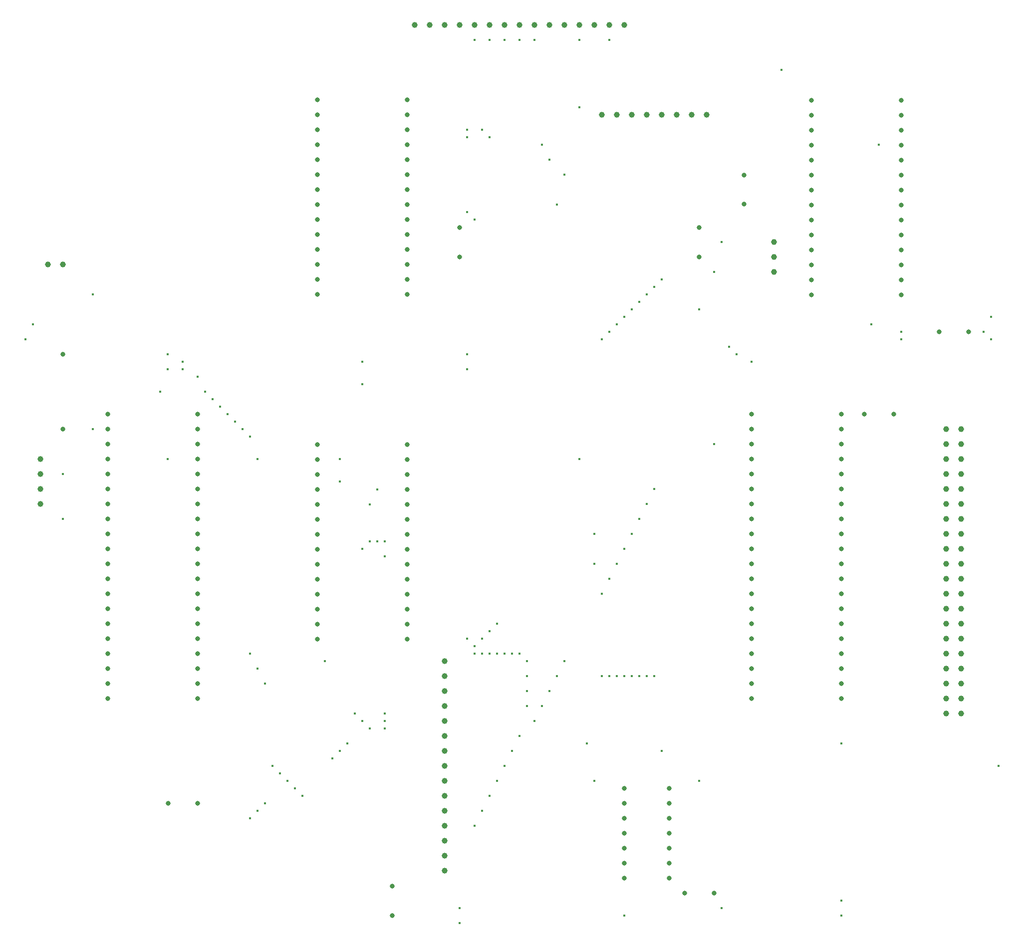
<source format=gbr>
%TF.GenerationSoftware,KiCad,Pcbnew,(6.0.9)*%
%TF.CreationDate,2022-12-08T08:54:48-05:00*%
%TF.ProjectId,6502_4,36353032-5f34-42e6-9b69-6361645f7063,rev?*%
%TF.SameCoordinates,Original*%
%TF.FileFunction,Plated,1,2,PTH,Drill*%
%TF.FilePolarity,Positive*%
%FSLAX46Y46*%
G04 Gerber Fmt 4.6, Leading zero omitted, Abs format (unit mm)*
G04 Created by KiCad (PCBNEW (6.0.9)) date 2022-12-08 08:54:48*
%MOMM*%
%LPD*%
G01*
G04 APERTURE LIST*
%TA.AperFunction,ViaDrill*%
%ADD10C,0.400000*%
%TD*%
%TA.AperFunction,ComponentDrill*%
%ADD11C,0.800000*%
%TD*%
%TA.AperFunction,ComponentDrill*%
%ADD12C,1.000000*%
%TD*%
G04 APERTURE END LIST*
D10*
X19050000Y-68580000D03*
X20320000Y-66040000D03*
X25400000Y-91440000D03*
X25400000Y-99060000D03*
X30480000Y-60960000D03*
X30480000Y-83820000D03*
X41910000Y-77470000D03*
X43180000Y-71120000D03*
X43180000Y-73660000D03*
X43180000Y-88900000D03*
X45720000Y-72390000D03*
X45720000Y-73660000D03*
X48260000Y-74930000D03*
X49530000Y-77470000D03*
X50800000Y-78740000D03*
X52070000Y-80010000D03*
X53340000Y-81280000D03*
X54610000Y-82550000D03*
X55880000Y-83820000D03*
X57150000Y-85090000D03*
X57150000Y-121920000D03*
X57150000Y-149860000D03*
X58420000Y-88900000D03*
X58420000Y-148590000D03*
X58425000Y-124455000D03*
X59695000Y-126995000D03*
X59695000Y-147315000D03*
X60960000Y-140970000D03*
X62230000Y-142240000D03*
X63500000Y-143510000D03*
X64770000Y-144780000D03*
X66040000Y-146050000D03*
X69850000Y-123190000D03*
X71120000Y-139700000D03*
X72390000Y-88900000D03*
X72390000Y-92710000D03*
X72390000Y-138430000D03*
X73660000Y-137160000D03*
X74930000Y-132080000D03*
X76200000Y-72390000D03*
X76200000Y-76200000D03*
X76200000Y-104140000D03*
X76200000Y-133350000D03*
X77460000Y-96530000D03*
X77470000Y-102870000D03*
X77470000Y-134620000D03*
X78730000Y-93990000D03*
X78740000Y-102870000D03*
X80010000Y-102870000D03*
X80010000Y-105410000D03*
X80010000Y-132080000D03*
X80010000Y-133350000D03*
X80010000Y-134620000D03*
X92710000Y-165100000D03*
X92710000Y-167640000D03*
X93980000Y-33020000D03*
X93980000Y-34290000D03*
X93980000Y-46990000D03*
X93980000Y-71120000D03*
X93980000Y-73660000D03*
X93980000Y-119380000D03*
X95250000Y-48260000D03*
X95250000Y-120650000D03*
X95250000Y-121920000D03*
X95250000Y-151130000D03*
X95252500Y-17777500D03*
X96520000Y-33020000D03*
X96520000Y-119380000D03*
X96520000Y-121920000D03*
X96520000Y-148590000D03*
X97790000Y-34290000D03*
X97790000Y-118110000D03*
X97790000Y-121920000D03*
X97790000Y-146050000D03*
X97792500Y-17777500D03*
X99060000Y-116840000D03*
X99060000Y-121920000D03*
X99060000Y-143510000D03*
X100330000Y-121920000D03*
X100330000Y-140970000D03*
X100332500Y-17777500D03*
X101600000Y-121920000D03*
X101600000Y-138430000D03*
X102870000Y-17780000D03*
X102870000Y-121920000D03*
X102870000Y-135890000D03*
X104140000Y-123190000D03*
X104140000Y-125730000D03*
X104140000Y-128270000D03*
X104140000Y-130810000D03*
X105410000Y-17780000D03*
X105410000Y-133350000D03*
X106680000Y-35560000D03*
X106680000Y-130810000D03*
X106680000Y-130810000D03*
X107950000Y-128270000D03*
X107955000Y-38100000D03*
X109220000Y-45720000D03*
X109220000Y-125730000D03*
X110490000Y-40640000D03*
X110490000Y-123190000D03*
X113030000Y-29210000D03*
X113030000Y-88900000D03*
X113032500Y-17782500D03*
X114300000Y-137160000D03*
X115570000Y-101600000D03*
X115570000Y-106680000D03*
X115570000Y-143510000D03*
X116840000Y-68580000D03*
X116840000Y-111760000D03*
X116840000Y-125730000D03*
X118110000Y-67310000D03*
X118110000Y-109220000D03*
X118110000Y-125730000D03*
X118112500Y-17782500D03*
X119380000Y-66040000D03*
X119380000Y-106680000D03*
X119380000Y-125730000D03*
X120650000Y-64770000D03*
X120650000Y-104140000D03*
X120650000Y-125730000D03*
X120650000Y-166370000D03*
X121920000Y-63500000D03*
X121920000Y-101600000D03*
X121920000Y-125730000D03*
X123190000Y-62230000D03*
X123190000Y-99060000D03*
X123190000Y-125730000D03*
X124460000Y-60960000D03*
X124460000Y-96520000D03*
X124460000Y-125730000D03*
X125730000Y-59690000D03*
X125730000Y-93980000D03*
X125730000Y-125730000D03*
X127000000Y-58420000D03*
X127000000Y-138430000D03*
X133350000Y-63500000D03*
X133350000Y-143510000D03*
X135890000Y-57150000D03*
X135890000Y-86360000D03*
X137160000Y-52070000D03*
X137160000Y-165100000D03*
X137160000Y-165100000D03*
X138430000Y-69850000D03*
X139700000Y-71120000D03*
X142240000Y-72390000D03*
X147320000Y-22860000D03*
X157480000Y-137160000D03*
X157480000Y-163830000D03*
X157480000Y-166370000D03*
X162560000Y-66040000D03*
X163830000Y-35560000D03*
X167640000Y-67310000D03*
X167640000Y-68580000D03*
X181610000Y-67310000D03*
X182880000Y-64770000D03*
X182880000Y-68580000D03*
X184150000Y-140970000D03*
D11*
%TO.C,R1*%
X25400000Y-71120000D03*
X25400000Y-83820000D03*
%TO.C,W65C02*%
X33020000Y-81275000D03*
X33020000Y-83815000D03*
X33020000Y-86355000D03*
X33020000Y-88895000D03*
X33020000Y-91435000D03*
X33020000Y-93975000D03*
X33020000Y-96515000D03*
X33020000Y-99055000D03*
X33020000Y-101595000D03*
X33020000Y-104135000D03*
X33020000Y-106675000D03*
X33020000Y-109215000D03*
X33020000Y-111755000D03*
X33020000Y-114295000D03*
X33020000Y-116835000D03*
X33020000Y-119375000D03*
X33020000Y-121915000D03*
X33020000Y-124455000D03*
X33020000Y-126995000D03*
X33020000Y-129535000D03*
%TO.C,0.01uf*%
X43220000Y-147320000D03*
X48220000Y-147320000D03*
%TO.C,W65C02*%
X48260000Y-81275000D03*
X48260000Y-83815000D03*
X48260000Y-86355000D03*
X48260000Y-88895000D03*
X48260000Y-91435000D03*
X48260000Y-93975000D03*
X48260000Y-96515000D03*
X48260000Y-99055000D03*
X48260000Y-101595000D03*
X48260000Y-104135000D03*
X48260000Y-106675000D03*
X48260000Y-109215000D03*
X48260000Y-111755000D03*
X48260000Y-114295000D03*
X48260000Y-116835000D03*
X48260000Y-119375000D03*
X48260000Y-121915000D03*
X48260000Y-124455000D03*
X48260000Y-126995000D03*
X48260000Y-129535000D03*
%TO.C,AM27c256*%
X68575000Y-86370000D03*
X68575000Y-88910000D03*
X68575000Y-91450000D03*
X68575000Y-93990000D03*
X68575000Y-96530000D03*
X68575000Y-99070000D03*
X68575000Y-101610000D03*
X68575000Y-104150000D03*
X68575000Y-106690000D03*
X68575000Y-109230000D03*
X68575000Y-111770000D03*
X68575000Y-114310000D03*
X68575000Y-116850000D03*
X68575000Y-119390000D03*
%TO.C,KM62256CLP*%
X68580000Y-27940000D03*
X68580000Y-30480000D03*
X68580000Y-33020000D03*
X68580000Y-35560000D03*
X68580000Y-38100000D03*
X68580000Y-40640000D03*
X68580000Y-43180000D03*
X68580000Y-45720000D03*
X68580000Y-48260000D03*
X68580000Y-50800000D03*
X68580000Y-53340000D03*
X68580000Y-55880000D03*
X68580000Y-58420000D03*
X68580000Y-60960000D03*
%TO.C,0.01uf*%
X81280000Y-161330000D03*
X81280000Y-166330000D03*
%TO.C,AM27c256*%
X83815000Y-86370000D03*
X83815000Y-88910000D03*
X83815000Y-91450000D03*
X83815000Y-93990000D03*
X83815000Y-96530000D03*
X83815000Y-99070000D03*
X83815000Y-101610000D03*
X83815000Y-104150000D03*
X83815000Y-106690000D03*
X83815000Y-109230000D03*
X83815000Y-111770000D03*
X83815000Y-114310000D03*
X83815000Y-116850000D03*
X83815000Y-119390000D03*
%TO.C,KM62256CLP*%
X83820000Y-27940000D03*
X83820000Y-30480000D03*
X83820000Y-33020000D03*
X83820000Y-35560000D03*
X83820000Y-38100000D03*
X83820000Y-40640000D03*
X83820000Y-43180000D03*
X83820000Y-45720000D03*
X83820000Y-48260000D03*
X83820000Y-50800000D03*
X83820000Y-53340000D03*
X83820000Y-55880000D03*
X83820000Y-58420000D03*
X83820000Y-60960000D03*
%TO.C,0.01uf*%
X92710000Y-49570000D03*
X92710000Y-54570000D03*
%TO.C,74HC132N*%
X120660000Y-144775000D03*
X120660000Y-147315000D03*
X120660000Y-149855000D03*
X120660000Y-152395000D03*
X120660000Y-154935000D03*
X120660000Y-157475000D03*
X120660000Y-160015000D03*
X128280000Y-144775000D03*
X128280000Y-147315000D03*
X128280000Y-149855000D03*
X128280000Y-152395000D03*
X128280000Y-154935000D03*
X128280000Y-157475000D03*
X128280000Y-160015000D03*
%TO.C,0.01uf*%
X130850000Y-162560000D03*
%TO.C,27pf*%
X133350000Y-49610000D03*
X133350000Y-54610000D03*
%TO.C,0.01uf*%
X135850000Y-162560000D03*
%TO.C,1.8432M*%
X140970000Y-40730000D03*
X140970000Y-45630000D03*
%TO.C,W65C02*%
X142245000Y-81275000D03*
X142245000Y-83815000D03*
X142245000Y-86355000D03*
X142245000Y-88895000D03*
X142245000Y-91435000D03*
X142245000Y-93975000D03*
X142245000Y-96515000D03*
X142245000Y-99055000D03*
X142245000Y-101595000D03*
X142245000Y-104135000D03*
X142245000Y-106675000D03*
X142245000Y-109215000D03*
X142245000Y-111755000D03*
X142245000Y-114295000D03*
X142245000Y-116835000D03*
X142245000Y-119375000D03*
X142245000Y-121915000D03*
X142245000Y-124455000D03*
X142245000Y-126995000D03*
X142245000Y-129535000D03*
%TO.C,6551*%
X152395000Y-27950000D03*
X152395000Y-30490000D03*
X152395000Y-33030000D03*
X152395000Y-35570000D03*
X152395000Y-38110000D03*
X152395000Y-40650000D03*
X152395000Y-43190000D03*
X152395000Y-45730000D03*
X152395000Y-48270000D03*
X152395000Y-50810000D03*
X152395000Y-53350000D03*
X152395000Y-55890000D03*
X152395000Y-58430000D03*
X152395000Y-60970000D03*
%TO.C,W65C02*%
X157485000Y-81275000D03*
X157485000Y-83815000D03*
X157485000Y-86355000D03*
X157485000Y-88895000D03*
X157485000Y-91435000D03*
X157485000Y-93975000D03*
X157485000Y-96515000D03*
X157485000Y-99055000D03*
X157485000Y-101595000D03*
X157485000Y-104135000D03*
X157485000Y-106675000D03*
X157485000Y-109215000D03*
X157485000Y-111755000D03*
X157485000Y-114295000D03*
X157485000Y-116835000D03*
X157485000Y-119375000D03*
X157485000Y-121915000D03*
X157485000Y-124455000D03*
X157485000Y-126995000D03*
X157485000Y-129535000D03*
%TO.C,0.01uf*%
X161330000Y-81280000D03*
X166330000Y-81280000D03*
%TO.C,6551*%
X167635000Y-27950000D03*
X167635000Y-30490000D03*
X167635000Y-33030000D03*
X167635000Y-35570000D03*
X167635000Y-38110000D03*
X167635000Y-40650000D03*
X167635000Y-43190000D03*
X167635000Y-45730000D03*
X167635000Y-48270000D03*
X167635000Y-50810000D03*
X167635000Y-53350000D03*
X167635000Y-55890000D03*
X167635000Y-58430000D03*
X167635000Y-60970000D03*
%TO.C,0.01uf*%
X174030000Y-67310000D03*
X179030000Y-67310000D03*
D12*
%TO.C,JW1*%
X21590000Y-88900000D03*
X21590000Y-91440000D03*
X21590000Y-93980000D03*
X21590000Y-96520000D03*
%TO.C,POWER HEADER*%
X22860000Y-55880000D03*
X25400000Y-55880000D03*
%TO.C,A DATA LINES*%
X85095000Y-15240000D03*
X87635000Y-15240000D03*
%TO.C,A DATA UNSORTED LINES*%
X90170000Y-123190000D03*
X90170000Y-125730000D03*
X90170000Y-128270000D03*
X90170000Y-130810000D03*
X90170000Y-133350000D03*
X90170000Y-135890000D03*
X90170000Y-138430000D03*
X90170000Y-140970000D03*
X90170000Y-143510000D03*
X90170000Y-146050000D03*
X90170000Y-148590000D03*
X90170000Y-151130000D03*
X90170000Y-153670000D03*
X90170000Y-156210000D03*
X90170000Y-158750000D03*
%TO.C,A DATA LINES*%
X90175000Y-15240000D03*
X92715000Y-15240000D03*
X95255000Y-15240000D03*
X97795000Y-15240000D03*
X100335000Y-15240000D03*
X102875000Y-15240000D03*
X105415000Y-15240000D03*
X107955000Y-15240000D03*
X110495000Y-15240000D03*
X113035000Y-15240000D03*
X115575000Y-15240000D03*
%TO.C,D DATA LINES*%
X116840000Y-30480000D03*
%TO.C,A DATA LINES*%
X118115000Y-15240000D03*
%TO.C,D DATA LINES*%
X119380000Y-30480000D03*
%TO.C,A DATA LINES*%
X120655000Y-15240000D03*
%TO.C,D DATA LINES*%
X121920000Y-30480000D03*
X124460000Y-30480000D03*
X127000000Y-30480000D03*
X129540000Y-30480000D03*
X132080000Y-30480000D03*
X134620000Y-30480000D03*
%TO.C,JP1*%
X146050000Y-52070000D03*
X146050000Y-54610000D03*
X146050000Y-57150000D03*
%TO.C,40 PIN*%
X175260000Y-83820000D03*
X175260000Y-86360000D03*
X175260000Y-88900000D03*
X175260000Y-91440000D03*
X175260000Y-93980000D03*
X175260000Y-96520000D03*
X175260000Y-99060000D03*
X175260000Y-101600000D03*
X175260000Y-104140000D03*
X175260000Y-106680000D03*
X175260000Y-109220000D03*
X175260000Y-111760000D03*
X175260000Y-114300000D03*
X175260000Y-116840000D03*
X175260000Y-119380000D03*
X175260000Y-121920000D03*
X175260000Y-124460000D03*
X175260000Y-127000000D03*
X175260000Y-129540000D03*
X175260000Y-132080000D03*
X177800000Y-83820000D03*
X177800000Y-86360000D03*
X177800000Y-88900000D03*
X177800000Y-91440000D03*
X177800000Y-93980000D03*
X177800000Y-96520000D03*
X177800000Y-99060000D03*
X177800000Y-101600000D03*
X177800000Y-104140000D03*
X177800000Y-106680000D03*
X177800000Y-109220000D03*
X177800000Y-111760000D03*
X177800000Y-114300000D03*
X177800000Y-116840000D03*
X177800000Y-119380000D03*
X177800000Y-121920000D03*
X177800000Y-124460000D03*
X177800000Y-127000000D03*
X177800000Y-129540000D03*
X177800000Y-132080000D03*
M02*

</source>
